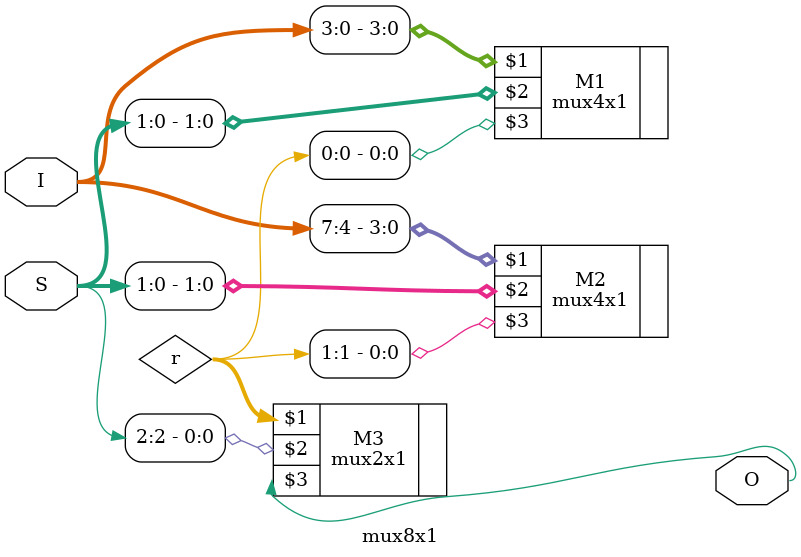
<source format=v>
module mux8x1(I,S,O);
input [7:0] I;
input [2:0]S;
output O;
wire [1:0] r;
mux4x1 M1(I[3:0],S[1:0],r[0]),
M2(I[7:4],S[1:0],r[1]);

mux2x1 M3(r,S[2],O);

endmodule

</source>
